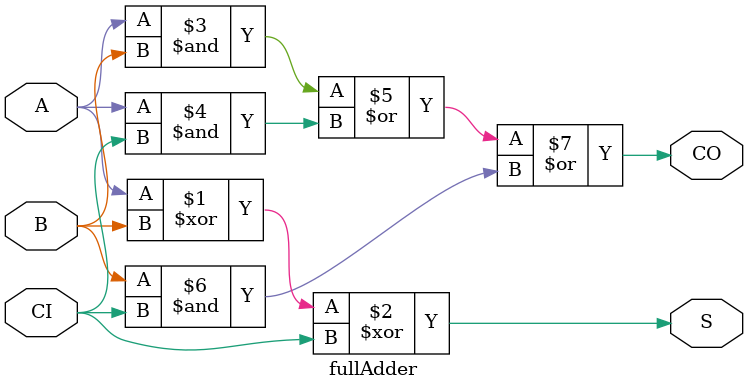
<source format=v>
module fullAdder(A, B, CI, S, CO);

  // inputs
  input A;
  input B;
  input CI;
  
  // outputs
  output S;
  output CO;

  assign S = (A ^ B ^ CI);
  assign CO = (A & B) | (A & CI) | (B & CI);


endmodule

</source>
